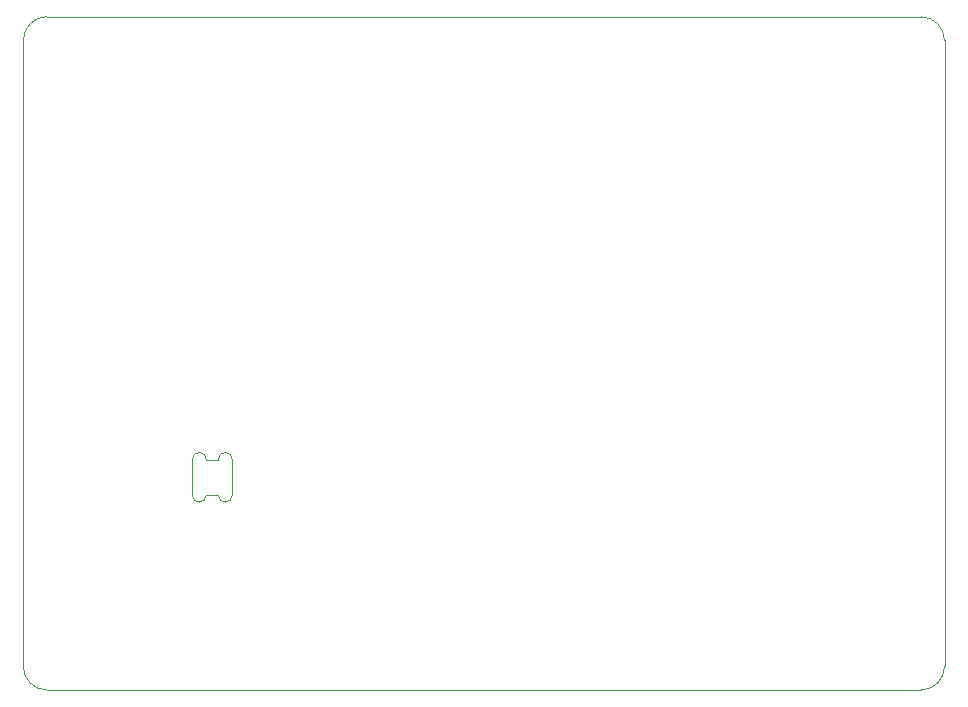
<source format=gbr>
G04 #@! TF.GenerationSoftware,KiCad,Pcbnew,(6.0.8)*
G04 #@! TF.CreationDate,2022-10-26T00:02:16-07:00*
G04 #@! TF.ProjectId,BldcDriverBoard,426c6463-4472-4697-9665-72426f617264,rev?*
G04 #@! TF.SameCoordinates,Original*
G04 #@! TF.FileFunction,Profile,NP*
%FSLAX46Y46*%
G04 Gerber Fmt 4.6, Leading zero omitted, Abs format (unit mm)*
G04 Created by KiCad (PCBNEW (6.0.8)) date 2022-10-26 00:02:16*
%MOMM*%
%LPD*%
G01*
G04 APERTURE LIST*
G04 #@! TA.AperFunction,Profile*
%ADD10C,0.038100*%
G04 #@! TD*
G04 #@! TA.AperFunction,Profile*
%ADD11C,0.120000*%
G04 #@! TD*
G04 APERTURE END LIST*
D10*
X186000000Y-53000000D02*
G75*
G03*
X184000000Y-51000000I-2000000J0D01*
G01*
X110000000Y-108000000D02*
X184000000Y-108000000D01*
X184000000Y-108000000D02*
G75*
G03*
X186000000Y-106000000I0J2000000D01*
G01*
X108000000Y-106000000D02*
G75*
G03*
X110000000Y-108000000I2000000J0D01*
G01*
X184000000Y-51000000D02*
X110000000Y-51000000D01*
X110000000Y-51000000D02*
G75*
G03*
X108000000Y-53000000I0J-2000000D01*
G01*
X186000000Y-106000000D02*
X186000000Y-53000000D01*
X108000000Y-53000000D02*
X108000000Y-106000000D01*
D11*
X125700000Y-88500000D02*
X125700000Y-91500000D01*
X123500000Y-88500000D02*
X124500000Y-88500000D01*
X123500000Y-91500000D02*
X124500000Y-91500000D01*
X122300000Y-91500000D02*
X122300000Y-88500000D01*
X124500000Y-91500000D02*
G75*
G03*
X125700000Y-91500000I600000J0D01*
G01*
X122300000Y-91500000D02*
G75*
G03*
X123500000Y-91500000I600000J0D01*
G01*
X125700000Y-88500000D02*
G75*
G03*
X124500000Y-88500000I-600000J0D01*
G01*
X123500000Y-88500000D02*
G75*
G03*
X122300000Y-88500000I-600000J0D01*
G01*
M02*

</source>
